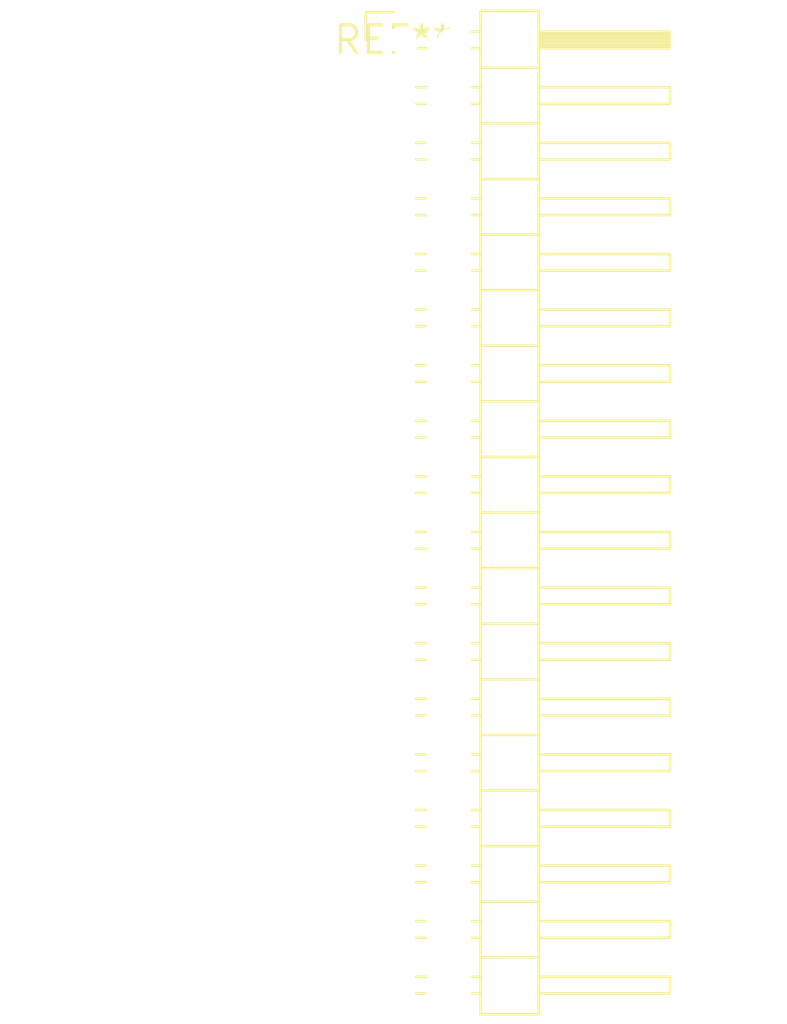
<source format=kicad_pcb>
(kicad_pcb (version 20240108) (generator pcbnew)
  (layers (0 "F.Cu" signal) (31 "B.Cu" signal) (34 "B.Paste" user) (35 "F.Paste" user) (36 "B.SilkS" user "B.Silkscreen") (37 "F.SilkS" user "F.Silkscreen") (38 "B.Mask" user) (39 "F.Mask" user) (44 "Edge.Cuts" user))
  (net 0 "")
  (footprint "PinHeader_2x18_P2.54mm_Horizontal" (layer "F.Cu") (at 0 0)
    (property "Reference" "REF**")
    (property "Value" "PinHeader_2x18_P2.54mm_Horizontal")
    (fp_line (start -1.27 -1.27) (end 0 -1.27) (layer "F.SilkS") (stroke (width 0.12)))
    (fp_line (start -1.27 0) (end -1.27 -1.27) (layer "F.SilkS") (stroke (width 0.12)))
    (fp_line (start 1.042929 2.16) (end 1.497071 2.16) (layer "F.SilkS") (stroke (width 0.12)))
    (fp_line (start 1.042929 2.92) (end 1.497071 2.92) (layer "F.SilkS") (stroke (width 0.12)))
    (fp_line (start 1.042929 4.7) (end 1.497071 4.7) (layer "F.SilkS") (stroke (width 0.12)))
    (fp_line (start 1.042929 5.46) (end 1.497071 5.46) (layer "F.SilkS") (stroke (width 0.12)))
    (fp_line (start 1.042929 7.24) (end 1.497071 7.24) (layer "F.SilkS") (stroke (width 0.12)))
    (fp_line (start 1.042929 8) (end 1.497071 8) (layer "F.SilkS") (stroke (width 0.12)))
    (fp_line (start 1.042929 9.78) (end 1.497071 9.78) (layer "F.SilkS") (stroke (width 0.12)))
    (fp_line (start 1.042929 10.54) (end 1.497071 10.54) (layer "F.SilkS") (stroke (width 0.12)))
    (fp_line (start 1.042929 12.32) (end 1.497071 12.32) (layer "F.SilkS") (stroke (width 0.12)))
    (fp_line (start 1.042929 13.08) (end 1.497071 13.08) (layer "F.SilkS") (stroke (width 0.12)))
    (fp_line (start 1.042929 14.86) (end 1.497071 14.86) (layer "F.SilkS") (stroke (width 0.12)))
    (fp_line (start 1.042929 15.62) (end 1.497071 15.62) (layer "F.SilkS") (stroke (width 0.12)))
    (fp_line (start 1.042929 17.4) (end 1.497071 17.4) (layer "F.SilkS") (stroke (width 0.12)))
    (fp_line (start 1.042929 18.16) (end 1.497071 18.16) (layer "F.SilkS") (stroke (width 0.12)))
    (fp_line (start 1.042929 19.94) (end 1.497071 19.94) (layer "F.SilkS") (stroke (width 0.12)))
    (fp_line (start 1.042929 20.7) (end 1.497071 20.7) (layer "F.SilkS") (stroke (width 0.12)))
    (fp_line (start 1.042929 22.48) (end 1.497071 22.48) (layer "F.SilkS") (stroke (width 0.12)))
    (fp_line (start 1.042929 23.24) (end 1.497071 23.24) (layer "F.SilkS") (stroke (width 0.12)))
    (fp_line (start 1.042929 25.02) (end 1.497071 25.02) (layer "F.SilkS") (stroke (width 0.12)))
    (fp_line (start 1.042929 25.78) (end 1.497071 25.78) (layer "F.SilkS") (stroke (width 0.12)))
    (fp_line (start 1.042929 27.56) (end 1.497071 27.56) (layer "F.SilkS") (stroke (width 0.12)))
    (fp_line (start 1.042929 28.32) (end 1.497071 28.32) (layer "F.SilkS") (stroke (width 0.12)))
    (fp_line (start 1.042929 30.1) (end 1.497071 30.1) (layer "F.SilkS") (stroke (width 0.12)))
    (fp_line (start 1.042929 30.86) (end 1.497071 30.86) (layer "F.SilkS") (stroke (width 0.12)))
    (fp_line (start 1.042929 32.64) (end 1.497071 32.64) (layer "F.SilkS") (stroke (width 0.12)))
    (fp_line (start 1.042929 33.4) (end 1.497071 33.4) (layer "F.SilkS") (stroke (width 0.12)))
    (fp_line (start 1.042929 35.18) (end 1.497071 35.18) (layer "F.SilkS") (stroke (width 0.12)))
    (fp_line (start 1.042929 35.94) (end 1.497071 35.94) (layer "F.SilkS") (stroke (width 0.12)))
    (fp_line (start 1.042929 37.72) (end 1.497071 37.72) (layer "F.SilkS") (stroke (width 0.12)))
    (fp_line (start 1.042929 38.48) (end 1.497071 38.48) (layer "F.SilkS") (stroke (width 0.12)))
    (fp_line (start 1.042929 40.26) (end 1.497071 40.26) (layer "F.SilkS") (stroke (width 0.12)))
    (fp_line (start 1.042929 41.02) (end 1.497071 41.02) (layer "F.SilkS") (stroke (width 0.12)))
    (fp_line (start 1.042929 42.8) (end 1.497071 42.8) (layer "F.SilkS") (stroke (width 0.12)))
    (fp_line (start 1.042929 43.56) (end 1.497071 43.56) (layer "F.SilkS") (stroke (width 0.12)))
    (fp_line (start 1.11 -0.38) (end 1.497071 -0.38) (layer "F.SilkS") (stroke (width 0.12)))
    (fp_line (start 1.11 0.38) (end 1.497071 0.38) (layer "F.SilkS") (stroke (width 0.12)))
    (fp_line (start 3.582929 -0.38) (end 3.98 -0.38) (layer "F.SilkS") (stroke (width 0.12)))
    (fp_line (start 3.582929 0.38) (end 3.98 0.38) (layer "F.SilkS") (stroke (width 0.12)))
    (fp_line (start 3.582929 2.16) (end 3.98 2.16) (layer "F.SilkS") (stroke (width 0.12)))
    (fp_line (start 3.582929 2.92) (end 3.98 2.92) (layer "F.SilkS") (stroke (width 0.12)))
    (fp_line (start 3.582929 4.7) (end 3.98 4.7) (layer "F.SilkS") (stroke (width 0.12)))
    (fp_line (start 3.582929 5.46) (end 3.98 5.46) (layer "F.SilkS") (stroke (width 0.12)))
    (fp_line (start 3.582929 7.24) (end 3.98 7.24) (layer "F.SilkS") (stroke (width 0.12)))
    (fp_line (start 3.582929 8) (end 3.98 8) (layer "F.SilkS") (stroke (width 0.12)))
    (fp_line (start 3.582929 9.78) (end 3.98 9.78) (layer "F.SilkS") (stroke (width 0.12)))
    (fp_line (start 3.582929 10.54) (end 3.98 10.54) (layer "F.SilkS") (stroke (width 0.12)))
    (fp_line (start 3.582929 12.32) (end 3.98 12.32) (layer "F.SilkS") (stroke (width 0.12)))
    (fp_line (start 3.582929 13.08) (end 3.98 13.08) (layer "F.SilkS") (stroke (width 0.12)))
    (fp_line (start 3.582929 14.86) (end 3.98 14.86) (layer "F.SilkS") (stroke (width 0.12)))
    (fp_line (start 3.582929 15.62) (end 3.98 15.62) (layer "F.SilkS") (stroke (width 0.12)))
    (fp_line (start 3.582929 17.4) (end 3.98 17.4) (layer "F.SilkS") (stroke (width 0.12)))
    (fp_line (start 3.582929 18.16) (end 3.98 18.16) (layer "F.SilkS") (stroke (width 0.12)))
    (fp_line (start 3.582929 19.94) (end 3.98 19.94) (layer "F.SilkS") (stroke (width 0.12)))
    (fp_line (start 3.582929 20.7) (end 3.98 20.7) (layer "F.SilkS") (stroke (width 0.12)))
    (fp_line (start 3.582929 22.48) (end 3.98 22.48) (layer "F.SilkS") (stroke (width 0.12)))
    (fp_line (start 3.582929 23.24) (end 3.98 23.24) (layer "F.SilkS") (stroke (width 0.12)))
    (fp_line (start 3.582929 25.02) (end 3.98 25.02) (layer "F.SilkS") (stroke (width 0.12)))
    (fp_line (start 3.582929 25.78) (end 3.98 25.78) (layer "F.SilkS") (stroke (width 0.12)))
    (fp_line (start 3.582929 27.56) (end 3.98 27.56) (layer "F.SilkS") (stroke (width 0.12)))
    (fp_line (start 3.582929 28.32) (end 3.98 28.32) (layer "F.SilkS") (stroke (width 0.12)))
    (fp_line (start 3.582929 30.1) (end 3.98 30.1) (layer "F.SilkS") (stroke (width 0.12)))
    (fp_line (start 3.582929 30.86) (end 3.98 30.86) (layer "F.SilkS") (stroke (width 0.12)))
    (fp_line (start 3.582929 32.64) (end 3.98 32.64) (layer "F.SilkS") (stroke (width 0.12)))
    (fp_line (start 3.582929 33.4) (end 3.98 33.4) (layer "F.SilkS") (stroke (width 0.12)))
    (fp_line (start 3.582929 35.18) (end 3.98 35.18) (layer "F.SilkS") (stroke (width 0.12)))
    (fp_line (start 3.582929 35.94) (end 3.98 35.94) (layer "F.SilkS") (stroke (width 0.12)))
    (fp_line (start 3.582929 37.72) (end 3.98 37.72) (layer "F.SilkS") (stroke (width 0.12)))
    (fp_line (start 3.582929 38.48) (end 3.98 38.48) (layer "F.SilkS") (stroke (width 0.12)))
    (fp_line (start 3.582929 40.26) (end 3.98 40.26) (layer "F.SilkS") (stroke (width 0.12)))
    (fp_line (start 3.582929 41.02) (end 3.98 41.02) (layer "F.SilkS") (stroke (width 0.12)))
    (fp_line (start 3.582929 42.8) (end 3.98 42.8) (layer "F.SilkS") (stroke (width 0.12)))
    (fp_line (start 3.582929 43.56) (end 3.98 43.56) (layer "F.SilkS") (stroke (width 0.12)))
    (fp_line (start 3.98 -1.33) (end 3.98 44.51) (layer "F.SilkS") (stroke (width 0.12)))
    (fp_line (start 3.98 1.27) (end 6.64 1.27) (layer "F.SilkS") (stroke (width 0.12)))
    (fp_line (start 3.98 3.81) (end 6.64 3.81) (layer "F.SilkS") (stroke (width 0.12)))
    (fp_line (start 3.98 6.35) (end 6.64 6.35) (layer "F.SilkS") (stroke (width 0.12)))
    (fp_line (start 3.98 8.89) (end 6.64 8.89) (layer "F.SilkS") (stroke (width 0.12)))
    (fp_line (start 3.98 11.43) (end 6.64 11.43) (layer "F.SilkS") (stroke (width 0.12)))
    (fp_line (start 3.98 13.97) (end 6.64 13.97) (layer "F.SilkS") (stroke (width 0.12)))
    (fp_line (start 3.98 16.51) (end 6.64 16.51) (layer "F.SilkS") (stroke (width 0.12)))
    (fp_line (start 3.98 19.05) (end 6.64 19.05) (layer "F.SilkS") (stroke (width 0.12)))
    (fp_line (start 3.98 21.59) (end 6.64 21.59) (layer "F.SilkS") (stroke (width 0.12)))
    (fp_line (start 3.98 24.13) (end 6.64 24.13) (layer "F.SilkS") (stroke (width 0.12)))
    (fp_line (start 3.98 26.67) (end 6.64 26.67) (layer "F.SilkS") (stroke (width 0.12)))
    (fp_line (start 3.98 29.21) (end 6.64 29.21) (layer "F.SilkS") (stroke (width 0.12)))
    (fp_line (start 3.98 31.75) (end 6.64 31.75) (layer "F.SilkS") (stroke (width 0.12)))
    (fp_line (start 3.98 34.29) (end 6.64 34.29) (layer "F.SilkS") (stroke (width 0.12)))
    (fp_line (start 3.98 36.83) (end 6.64 36.83) (layer "F.SilkS") (stroke (width 0.12)))
    (fp_line (start 3.98 39.37) (end 6.64 39.37) (layer "F.SilkS") (stroke (width 0.12)))
    (fp_line (start 3.98 41.91) (end 6.64 41.91) (layer "F.SilkS") (stroke (width 0.12)))
    (fp_line (start 3.98 44.51) (end 6.64 44.51) (layer "F.SilkS") (stroke (width 0.12)))
    (fp_line (start 6.64 -1.33) (end 3.98 -1.33) (layer "F.SilkS") (stroke (width 0.12)))
    (fp_line (start 6.64 -0.38) (end 12.64 -0.38) (layer "F.SilkS") (stroke (width 0.12)))
    (fp_line (start 6.64 -0.32) (end 12.64 -0.32) (layer "F.SilkS") (stroke (width 0.12)))
    (fp_line (start 6.64 -0.2) (end 12.64 -0.2) (layer "F.SilkS") (stroke (width 0.12)))
    (fp_line (start 6.64 -0.08) (end 12.64 -0.08) (layer "F.SilkS") (stroke (width 0.12)))
    (fp_line (start 6.64 0.04) (end 12.64 0.04) (layer "F.SilkS") (stroke (width 0.12)))
    (fp_line (start 6.64 0.16) (end 12.64 0.16) (layer "F.SilkS") (stroke (width 0.12)))
    (fp_line (start 6.64 0.28) (end 12.64 0.28) (layer "F.SilkS") (stroke (width 0.12)))
    (fp_line (start 6.64 2.16) (end 12.64 2.16) (layer "F.SilkS") (stroke (width 0.12)))
    (fp_line (start 6.64 4.7) (end 12.64 4.7) (layer "F.SilkS") (stroke (width 0.12)))
    (fp_line (start 6.64 7.24) (end 12.64 7.24) (layer "F.SilkS") (stroke (width 0.12)))
    (fp_line (start 6.64 9.78) (end 12.64 9.78) (layer "F.SilkS") (stroke (width 0.12)))
    (fp_line (start 6.64 12.32) (end 12.64 12.32) (layer "F.SilkS") (stroke (width 0.12)))
    (fp_line (start 6.64 14.86) (end 12.64 14.86) (layer "F.SilkS") (stroke (width 0.12)))
    (fp_line (start 6.64 17.4) (end 12.64 17.4) (layer "F.SilkS") (stroke (width 0.12)))
    (fp_line (start 6.64 19.94) (end 12.64 19.94) (layer "F.SilkS") (stroke (width 0.12)))
    (fp_line (start 6.64 22.48) (end 12.64 22.48) (layer "F.SilkS") (stroke (width 0.12)))
    (fp_line (start 6.64 25.02) (end 12.64 25.02) (layer "F.SilkS") (stroke (width 0.12)))
    (fp_line (start 6.64 27.56) (end 12.64 27.56) (layer "F.SilkS") (stroke (width 0.12)))
    (fp_line (start 6.64 30.1) (end 12.64 30.1) (layer "F.SilkS") (stroke (width 0.12)))
    (fp_line (start 6.64 32.64) (end 12.64 32.64) (layer "F.SilkS") (stroke (width 0.12)))
    (fp_line (start 6.64 35.18) (end 12.64 35.18) (layer "F.SilkS") (stroke (width 0.12)))
    (fp_line (start 6.64 37.72) (end 12.64 37.72) (layer "F.SilkS") (stroke (width 0.12)))
    (fp_line (start 6.64 40.26) (end 12.64 40.26) (layer "F.SilkS") (stroke (width 0.12)))
    (fp_line (start 6.64 42.8) (end 12.64 42.8) (layer "F.SilkS") (stroke (width 0.12)))
    (fp_line (start 6.64 44.51) (end 6.64 -1.33) (layer "F.SilkS") (stroke (width 0.12)))
    (fp_line (start 12.64 -0.38) (end 12.64 0.38) (layer "F.SilkS") (stroke (width 0.12)))
    (fp_line (start 12.64 0.38) (end 6.64 0.38) (layer "F.SilkS") (stroke (width 0.12)))
    (fp_line (start 12.64 2.16) (end 12.64 2.92) (layer "F.SilkS") (stroke (width 0.12)))
    (fp_line (start 12.64 2.92) (end 6.64 2.92) (layer "F.SilkS") (stroke (width 0.12)))
    (fp_line (start 12.64 4.7) (end 12.64 5.46) (layer "F.SilkS") (stroke (width 0.12)))
    (fp_line (start 12.64 5.46) (end 6.64 5.46) (layer "F.SilkS") (stroke (width 0.12)))
    (fp_line (start 12.64 7.24) (end 12.64 8) (layer "F.SilkS") (stroke (width 0.12)))
    (fp_line (start 12.64 8) (end 6.64 8) (layer "F.SilkS") (stroke (width 0.12)))
    (fp_line (start 12.64 9.78) (end 12.64 10.54) (layer "F.SilkS") (stroke (width 0.12)))
    (fp_line (start 12.64 10.54) (end 6.64 10.54) (layer "F.SilkS") (stroke (width 0.12)))
    (fp_line (start 12.64 12.32) (end 12.64 13.08) (layer "F.SilkS") (stroke (width 0.12)))
    (fp_line (start 12.64 13.08) (end 6.64 13.08) (layer "F.SilkS") (stroke (width 0.12)))
    (fp_line (start 12.64 14.86) (end 12.64 15.62) (layer "F.SilkS") (stroke (width 0.12)))
    (fp_line (start 12.64 15.62) (end 6.64 15.62) (layer "F.SilkS") (stroke (width 0.12)))
    (fp_line (start 12.64 17.4) (end 12.64 18.16) (layer "F.SilkS") (stroke (width 0.12)))
    (fp_line (start 12.64 18.16) (end 6.64 18.16) (layer "F.SilkS") (stroke (width 0.12)))
    (fp_line (start 12.64 19.94) (end 12.64 20.7) (layer "F.SilkS") (stroke (width 0.12)))
    (fp_line (start 12.64 20.7) (end 6.64 20.7) (layer "F.SilkS") (stroke (width 0.12)))
    (fp_line (start 12.64 22.48) (end 12.64 23.24) (layer "F.SilkS") (stroke (width 0.12)))
    (fp_line (start 12.64 23.24) (end 6.64 23.24) (layer "F.SilkS") (stroke (width 0.12)))
    (fp_line (start 12.64 25.02) (end 12.64 25.78) (layer "F.SilkS") (stroke (width 0.12)))
    (fp_line (start 12.64 25.78) (end 6.64 25.78) (layer "F.SilkS") (stroke (width 0.12)))
    (fp_line (start 12.64 27.56) (end 12.64 28.32) (layer "F.SilkS") (stroke (width 0.12)))
    (fp_line (start 12.64 28.32) (end 6.64 28.32) (layer "F.SilkS") (stroke (width 0.12)))
    (fp_line (start 12.64 30.1) (end 12.64 30.86) (layer "F.SilkS") (stroke (width 0.12)))
    (fp_line (start 12.64 30.86) (end 6.64 30.86) (layer "F.SilkS") (stroke (width 0.12)))
    (fp_line (start 12.64 32.64) (end 12.64 33.4) (layer "F.SilkS") (stroke (width 0.12)))
    (fp_line (start 12.64 33.4) (end 6.64 33.4) (layer "F.SilkS") (stroke (width 0.12)))
    (fp_line (start 12.64 35.18) (end 12.64 35.94) (layer "F.SilkS") (stroke (width 0.12)))
    (fp_line (start 12.64 35.94) (end 6.64 35.94) (layer "F.SilkS") (stroke (width 0.12)))
    (fp_line (start 12.64 37.72) (end 12.64 38.48) (layer "F.SilkS") (stroke (width 0.12)))
    (fp_line (start 12.64 38.48) (end 6.64 38.48) (layer "F.SilkS") (stroke (width 0.12)))
    (fp_line (start 12.64 40.26) (end 12.64 41.02) (layer "F.SilkS") (stroke (width 0.12)))
    (fp_line (start 12.64 41.02) (end 6.64 41.02) (layer "F.SilkS") (stroke (width 0.12)))
    (fp_line (start 12.64 42.8) (end 12.64 43.56) (layer "F.SilkS") (stroke (width 0.12)))
    (fp_line (start 12.64 43.56) (end 6.64 43.56) (layer "F.SilkS") (stroke (width 0.12)))
    (pad "1" thru_hole rect (at 0 0) (size 1.7 1.7) (drill 1) (layers *.Cu *.Mask) (remove_unused_layers))
    (pad "2" thru_hole oval (at 2.54 0) (size 1.7 1.7) (drill 1) (layers *.Cu *.Mask) (remove_unused_layers))
    (pad "3" thru_hole oval (at 0 2.54) (size 1.7 1.7) (drill 1) (layers *.Cu *.Mask) (remove_unused_layers))
    (pad "4" thru_hole oval (at 2.54 2.54) (size 1.7 1.7) (drill 1) (layers *.Cu *.Mask) (remove_unused_layers))
    (pad "5" thru_hole oval (at 0 5.08) (size 1.7 1.7) (drill 1) (layers *.Cu *.Mask) (remove_unused_layers))
    (pad "6" thru_hole oval (at 2.54 5.08) (size 1.7 1.7) (drill 1) (layers *.Cu *.Mask) (remove_unused_layers))
    (pad "7" thru_hole oval (at 0 7.62) (size 1.7 1.7) (drill 1) (layers *.Cu *.Mask) (remove_unused_layers))
    (pad "8" thru_hole oval (at 2.54 7.62) (size 1.7 1.7) (drill 1) (layers *.Cu *.Mask) (remove_unused_layers))
    (pad "9" thru_hole oval (at 0 10.16) (size 1.7 1.7) (drill 1) (layers *.Cu *.Mask) (remove_unused_layers))
    (pad "10" thru_hole oval (at 2.54 10.16) (size 1.7 1.7) (drill 1) (layers *.Cu *.Mask) (remove_unused_layers))
    (pad "11" thru_hole oval (at 0 12.7) (size 1.7 1.7) (drill 1) (layers *.Cu *.Mask) (remove_unused_layers))
    (pad "12" thru_hole oval (at 2.54 12.7) (size 1.7 1.7) (drill 1) (layers *.Cu *.Mask) (remove_unused_layers))
    (pad "13" thru_hole oval (at 0 15.24) (size 1.7 1.7) (drill 1) (layers *.Cu *.Mask) (remove_unused_layers))
    (pad "14" thru_hole oval (at 2.54 15.24) (size 1.7 1.7) (drill 1) (layers *.Cu *.Mask) (remove_unused_layers))
    (pad "15" thru_hole oval (at 0 17.78) (size 1.7 1.7) (drill 1) (layers *.Cu *.Mask) (remove_unused_layers))
    (pad "16" thru_hole oval (at 2.54 17.78) (size 1.7 1.7) (drill 1) (layers *.Cu *.Mask) (remove_unused_layers))
    (pad "17" thru_hole oval (at 0 20.32) (size 1.7 1.7) (drill 1) (layers *.Cu *.Mask) (remove_unused_layers))
    (pad "18" thru_hole oval (at 2.54 20.32) (size 1.7 1.7) (drill 1) (layers *.Cu *.Mask) (remove_unused_layers))
    (pad "19" thru_hole oval (at 0 22.86) (size 1.7 1.7) (drill 1) (layers *.Cu *.Mask) (remove_unused_layers))
    (pad "20" thru_hole oval (at 2.54 22.86) (size 1.7 1.7) (drill 1) (layers *.Cu *.Mask) (remove_unused_layers))
    (pad "21" thru_hole oval (at 0 25.4) (size 1.7 1.7) (drill 1) (layers *.Cu *.Mask) (remove_unused_layers))
    (pad "22" thru_hole oval (at 2.54 25.4) (size 1.7 1.7) (drill 1) (layers *.Cu *.Mask) (remove_unused_layers))
    (pad "23" thru_hole oval (at 0 27.94) (size 1.7 1.7) (drill 1) (layers *.Cu *.Mask) (remove_unused_layers))
    (pad "24" thru_hole oval (at 2.54 27.94) (size 1.7 1.7) (drill 1) (layers *.Cu *.Mask) (remove_unused_layers))
    (pad "25" thru_hole oval (at 0 30.48) (size 1.7 1.7) (drill 1) (layers *.Cu *.Mask) (remove_unused_layers))
    (pad "26" thru_hole oval (at 2.54 30.48) (size 1.7 1.7) (drill 1) (layers *.Cu *.Mask) (remove_unused_layers))
    (pad "27" thru_hole oval (at 0 33.02) (size 1.7 1.7) (drill 1) (layers *.Cu *.Mask) (remove_unused_layers))
    (pad "28" thru_hole oval (at 2.54 33.02) (size 1.7 1.7) (drill 1) (layers *.Cu *.Mask) (remove_unused_layers))
    (pad "29" thru_hole oval (at 0 35.56) (size 1.7 1.7) (drill 1) (layers *.Cu *.Mask) (remove_unused_layers))
    (pad "30" thru_hole oval (at 2.54 35.56) (size 1.7 1.7) (drill 1) (layers *.Cu *.Mask) (remove_unused_layers))
    (pad "31" thru_hole oval (at 0 38.1) (size 1.7 1.7) (drill 1) (layers *.Cu *.Mask) (remove_unused_layers))
    (pad "32" thru_hole oval (at 2.54 38.1) (size 1.7 1.7) (drill 1) (layers *.Cu *.Mask) (remove_unused_layers))
    (pad "33" thru_hole oval (at 0 40.64) (size 1.7 1.7) (drill 1) (layers *.Cu *.Mask) (remove_unused_layers))
    (pad "34" thru_hole oval (at 2.54 40.64) (size 1.7 1.7) (drill 1) (layers *.Cu *.Mask) (remove_unused_layers))
    (pad "35" thru_hole oval (at 0 43.18) (size 1.7 1.7) (drill 1) (layers *.Cu *.Mask) (remove_unused_layers))
    (pad "36" thru_hole oval (at 2.54 43.18) (size 1.7 1.7) (drill 1) (layers *.Cu *.Mask) (remove_unused_layers))
  )
)
</source>
